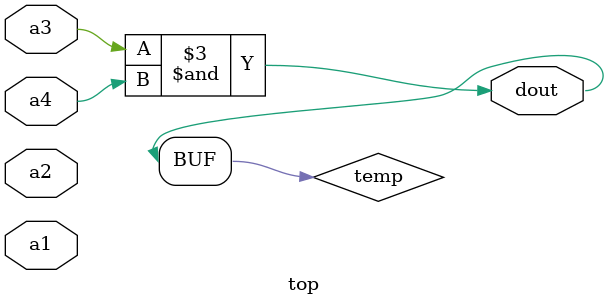
<source format=v>
module top (
input a1,a2,a3,a4,
output dout
);
  
reg temp;
    
  always@(*)
    begin
    temp = a1 & a2;
    temp = a3 & a4;
    end
  
assign dout = temp; 
  
endmodule

</source>
